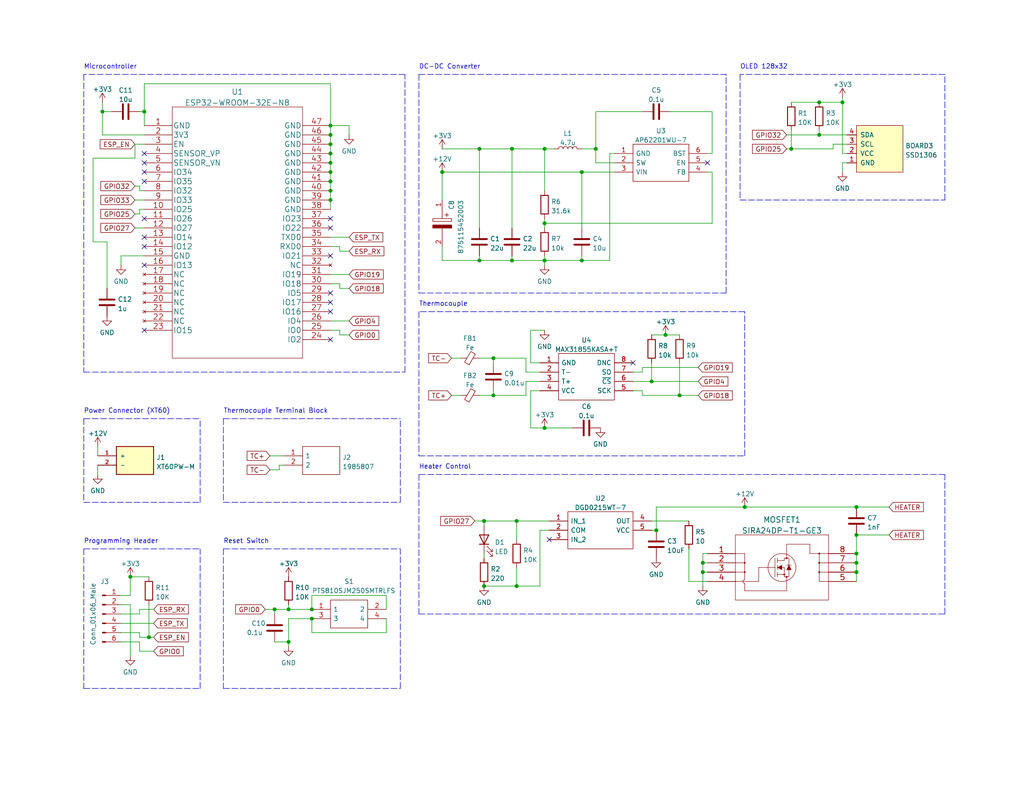
<source format=kicad_sch>
(kicad_sch (version 20211123) (generator eeschema)
  (paper "USLetter")
  (title_block (title "Solder Reflow Plate") (date "2022-12-16") (rev "1"))
  (lib_symbols
    (symbol "1985807:1985807" (pin_names (offset 0.762))
      (property "Reference" "J" (at 16.51 7.62 0))
      (property "Value" "1985807" (at 16.51 5.08 0))
      (symbol "1985807_0_0"
        (pin passive line (at 0 0 0) (length 5.08) (name "1") (number "1"))
        (pin passive line (at 0 -2.54 0) (length 5.08) (name "2") (number "2"))
      )
    )
    (symbol "875115452003:875115452003" (pin_names (offset 0.762))
      (property "Reference" "C" (at 8.89 6.35 0))
      (property "Value" "875115452003" (at 8.89 3.81 0))
      (symbol "875115452003_0_0"
        (pin passive line (at 0 0 0) (length 2.54) (name "~") (number "1"))
        (pin passive line (at 12.7 0 180) (length 2.54) (name "~") (number "2"))
      )
    )
    (symbol "Connector:Conn_01x06_Male" (pin_names (offset 1.016) hide)
      (property "Reference" "J" (at 0 7.62 0))
      (property "Value" "Conn_01x06_Male" (at 0 -10.16 0))
      (symbol "Conn_01x06_Male_1_1"
        (pin passive line (at 5.08 5.08 180) (length 3.81) (name "Pin_1") (number "1"))
        (pin passive line (at 5.08 2.54 180) (length 3.81) (name "Pin_2") (number "2"))
        (pin passive line (at 5.08 0 180) (length 3.81) (name "Pin_3") (number "3"))
        (pin passive line (at 5.08 -2.54 180) (length 3.81) (name "Pin_4") (number "4"))
        (pin passive line (at 5.08 -5.08 180) (length 3.81) (name "Pin_5") (number "5"))
        (pin passive line (at 5.08 -7.62 180) (length 3.81) (name "Pin_6") (number "6"))
      )
    )
    (symbol "Device:C" (pin_numbers hide) (pin_names (offset 0.254))
      (property "Reference" "C" (at 0.635 2.54 0))
      (property "Value" "C" (at 0.635 -2.54 0))
      (symbol "C_1_1"
        (pin passive line (at 0 3.81 270) (length 2.794) (name "~") (number "1"))
        (pin passive line (at 0 -3.81 90) (length 2.794) (name "~") (number "2"))
      )
    )
    (symbol "Device:FerriteBead_Small" (pin_numbers hide) (pin_names (offset 0))
      (property "Reference" "FB" (at 1.905 1.27 0))
      (property "Value" "FerriteBead_Small" (at 1.905 -1.27 0))
      (symbol "FerriteBead_Small_1_1"
        (pin passive line (at 0 2.54 270) (length 1.27) (name "~") (number "1"))
        (pin passive line (at 0 -2.54 90) (length 1.27) (name "~") (number "2"))
      )
    )
    (symbol "Device:L" (pin_numbers hide) (pin_names (offset 1.016) hide)
      (property "Reference" "L" (at -1.27 0 90))
      (property "Value" "L" (at 1.905 0 90))
      (symbol "L_1_1"
        (pin passive line (at 0 3.81 270) (length 1.27) (name "1") (number "1"))
        (pin passive line (at 0 -3.81 90) (length 1.27) (name "2") (number "2"))
      )
    )
    (symbol "Device:LED" (pin_numbers hide) (pin_names (offset 1.016) hide)
      (property "Reference" "D" (at 0 2.54 0))
      (property "Value" "LED" (at 0 -2.54 0))
      (symbol "LED_1_1"
        (pin passive line (at -3.81 0 0) (length 2.54) (name "K") (number "1"))
        (pin passive line (at 3.81 0 180) (length 2.54) (name "A") (number "2"))
      )
    )
    (symbol "Device:R" (pin_numbers hide) (pin_names (offset 0))
      (property "Reference" "R" (at 2.032 0 90))
      (property "Value" "R" (at 0 0 90))
      (symbol "R_1_1"
        (pin passive line (at 0 3.81 270) (length 1.27) (name "~") (number "1"))
        (pin passive line (at 0 -3.81 90) (length 1.27) (name "~") (number "2"))
      )
    )
    (symbol "ESP32-WROOM-32:ESP32-WROOM-32E-N8" (pin_names (offset 0.254))
      (property "Reference" "U" (at 25.4 10.16 0))
      (property "Value" "ESP32-WROOM-32E-N8" (at 25.4 7.62 0))
      (symbol "ESP32-WROOM-32E-N8_1_1"
        (pin power_in line (at 0 0 0) (length 7.62) (name "GND") (number "1"))
        (pin bidirectional line (at 0 -22.86 0) (length 7.62) (name "IO25") (number "10"))
        (pin bidirectional line (at 0 -25.4 0) (length 7.62) (name "IO26") (number "11"))
        (pin bidirectional line (at 0 -27.94 0) (length 7.62) (name "IO27") (number "12"))
        (pin bidirectional line (at 0 -30.48 0) (length 7.62) (name "IO14") (number "13"))
        (pin bidirectional line (at 0 -33.02 0) (length 7.62) (name "IO12") (number "14"))
        (pin power_in line (at 0 -35.56 0) (length 7.62) (name "GND") (number "15"))
        (pin bidirectional line (at 0 -38.1 0) (length 7.62) (name "IO13") (number "16"))
        (pin no_connect line (at 0 -40.64 0) (length 7.62) (name "NC") (number "17"))
        (pin no_connect line (at 0 -43.18 0) (length 7.62) (name "NC") (number "18"))
        (pin no_connect line (at 0 -45.72 0) (length 7.62) (name "NC") (number "19"))
        (pin power_in line (at 0 -2.54 0) (length 7.62) (name "3V3") (number "2"))
        (pin no_connect line (at 0 -48.26 0) (length 7.62) (name "NC") (number "20"))
        (pin no_connect line (at 0 -50.8 0) (length 7.62) (name "NC") (number "21"))
        (pin no_connect line (at 0 -53.34 0) (length 7.62) (name "NC") (number "22"))
        (pin bidirectional line (at 0 -55.88 0) (length 7.62) (name "IO15") (number "23"))
        (pin bidirectional line (at 50.8 -58.42 180) (length 7.62) (name "IO2") (number "24"))
        (pin bidirectional line (at 50.8 -55.88 180) (length 7.62) (name "IO0") (number "25"))
        (pin bidirectional line (at 50.8 -53.34 180) (length 7.62) (name "IO4") (number "26"))
        (pin bidirectional line (at 50.8 -50.8 180) (length 7.62) (name "IO16") (number "27"))
        (pin bidirectional line (at 50.8 -48.26 180) (length 7.62) (name "IO17") (number "28"))
        (pin bidirectional line (at 50.8 -45.72 180) (length 7.62) (name "IO5") (number "29"))
        (pin input line (at 0 -5.08 0) (length 7.62) (name "EN") (number "3"))
        (pin bidirectional line (at 50.8 -43.18 180) (length 7.62) (name "IO18") (number "30"))
        (pin bidirectional line (at 50.8 -40.64 180) (length 7.62) (name "IO19") (number "31"))
        (pin no_connect line (at 50.8 -38.1 180) (length 7.62) (name "NC") (number "32"))
        (pin bidirectional line (at 50.8 -35.56 180) (length 7.62) (name "IO21") (number "33"))
        (pin bidirectional line (at 50.8 -33.02 180) (length 7.62) (name "RXD0") (number "34"))
        (pin bidirectional line (at 50.8 -30.48 180) (length 7.62) (name "TXD0") (number "35"))
        (pin bidirectional line (at 50.8 -27.94 180) (length 7.62) (name "IO22") (number "36"))
        (pin bidirectional line (at 50.8 -25.4 180) (length 7.62) (name "IO23") (number "37"))
        (pin power_in line (at 50.8 -22.86 180) (length 7.62) (name "GND") (number "38"))
        (pin power_in line (at 50.8 -20.32 180) (length 7.62) (name "GND") (number "39"))
        (pin input line (at 0 -7.62 0) (length 7.62) (name "SENSOR_VP") (number "4"))
        (pin power_in line (at 50.8 -17.78 180) (length 7.62) (name "GND") (number "40"))
        (pin power_in line (at 50.8 -15.24 180) (length 7.62) (name "GND") (number "41"))
        (pin power_in line (at 50.8 -12.7 180) (length 7.62) (name "GND") (number "42"))
        (pin power_in line (at 50.8 -10.16 180) (length 7.62) (name "GND") (number "43"))
        (pin power_in line (at 50.8 -7.62 180) (length 7.62) (name "GND") (number "44"))
        (pin power_in line (at 50.8 -5.08 180) (length 7.62) (name "GND") (number "45"))
        (pin power_in line (at 50.8 -2.54 180) (length 7.62) (name "GND") (number "46"))
        (pin power_in line (at 50.8 0 180) (length 7.62) (name "GND") (number "47"))
        (pin input line (at 0 -10.16 0) (length 7.62) (name "SENSOR_VN") (number "5"))
        (pin input line (at 0 -12.7 0) (length 7.62) (name "IO34") (number "6"))
        (pin input line (at 0 -15.24 0) (length 7.62) (name "IO35") (number "7"))
        (pin bidirectional line (at 0 -17.78 0) (length 7.62) (name "IO32") (number "8"))
        (pin bidirectional line (at 0 -20.32 0) (length 7.62) (name "IO33") (number "9"))
      )
    )
    (symbol "KiCad-SSD1306-128x64-master:SSD1306" (pin_names (offset 1.016))
      (property "Reference" "Brd" (at 0 -3.81 0))
      (property "Value" "SSD1306" (at 0 -1.27 0))
      (symbol "SSD1306_1_1"
        (pin input line (at -3.81 8.89 270) (length 2.54) (name "GND") (number "1"))
        (pin input line (at -1.27 8.89 270) (length 2.54) (name "VCC") (number "2"))
        (pin input line (at 1.27 8.89 270) (length 2.54) (name "SCL") (number "3"))
        (pin input line (at 3.81 8.89 270) (length 2.54) (name "SDA") (number "4"))
      )
    )
    (symbol "LIB_AP62201WU-7:AP62201WU-7" (pin_names (offset 0.762))
      (property "Reference" "PS" (at 21.59 7.62 0))
      (property "Value" "AP62201WU-7" (at 21.59 5.08 0))
      (symbol "AP62201WU-7_0_0"
        (pin passive line (at 0 0 0) (length 5.08) (name "GND") (number "1"))
        (pin passive line (at 0 -2.54 0) (length 5.08) (name "SW") (number "2"))
        (pin passive line (at 0 -5.08 0) (length 5.08) (name "VIN") (number "3"))
        (pin passive line (at 25.4 -5.08 180) (length 5.08) (name "FB") (number "4"))
        (pin passive line (at 25.4 -2.54 180) (length 5.08) (name "EN") (number "5"))
        (pin passive line (at 25.4 0 180) (length 5.08) (name "BST") (number "6"))
      )
    )
    (symbol "LIB_DGD0215WT-7:DGD0215WT-7" (pin_names (offset 0.762))
      (property "Reference" "IC" (at 24.13 7.62 0))
      (property "Value" "DGD0215WT-7" (at 24.13 5.08 0))
      (symbol "DGD0215WT-7_0_0"
        (pin passive line (at 0 0 0) (length 5.08) (name "IN_1") (number "1"))
        (pin passive line (at 0 -2.54 0) (length 5.08) (name "COM") (number "2"))
        (pin passive line (at 0 -5.08 0) (length 5.08) (name "IN_2") (number "3"))
        (pin passive line (at 27.94 0 180) (length 5.08) (name "OUT") (number "4"))
        (pin passive line (at 27.94 -2.54 180) (length 5.08) (name "VCC") (number "5"))
      )
    )
    (symbol "MAX31855KASA+T:MAX31855KASA+T" (pin_names (offset 0.762))
      (property "Reference" "IC" (at 21.59 7.62 0))
      (property "Value" "MAX31855KASA+T" (at 21.59 5.08 0))
      (symbol "MAX31855KASA+T_0_0"
        (pin passive line (at 0 0 0) (length 5.08) (name "GND") (number "1"))
        (pin passive line (at 0 -2.54 0) (length 5.08) (name "T-") (number "2"))
        (pin passive line (at 0 -5.08 0) (length 5.08) (name "T+") (number "3"))
        (pin passive line (at 0 -7.62 0) (length 5.08) (name "VCC") (number "4"))
        (pin passive line (at 25.4 -7.62 180) (length 5.08) (name "SCK") (number "5"))
        (pin passive line (at 25.4 -5.08 180) (length 5.08) (name "~{CS}") (number "6"))
        (pin passive line (at 25.4 -2.54 180) (length 5.08) (name "SO") (number "7"))
        (pin passive line (at 25.4 0 180) (length 5.08) (name "DNC") (number "8"))
      )
    )
    (symbol "PTS810SJM250SMTRLFS:PTS810SJM250SMTRLFS" (pin_names (offset 0.762))
      (property "Reference" "S" (at 16.51 7.62 0))
      (property "Value" "PTS810SJM250SMTRLFS" (at 16.51 5.08 0))
      (symbol "PTS810SJM250SMTRLFS_0_0"
        (pin passive line (at 0 0 0) (length 5.08) (name "1") (number "1"))
        (pin passive line (at 20.32 0 180) (length 5.08) (name "2") (number "2"))
        (pin passive line (at 0 -2.54 0) (length 5.08) (name "3") (number "3"))
        (pin passive line (at 20.32 -2.54 180) (length 5.08) (name "4") (number "4"))
      )
    )
    (symbol "PowerPAK SO-8 Single:SIRA24DP-T1-GE3" (pin_names (offset 0.254) hide)
      (property "Reference" "MOSFET" (at 20.32 10.16 0))
      (property "Value" "SIRA24DP-T1-GE3" (at 20.32 7.62 0))
      (symbol "SIRA24DP-T1-GE3_1_1"
        (pin unspecified line (at 0 0 0) (length 7.62) (name "1") (number "1"))
        (pin unspecified line (at 0 -2.54 0) (length 7.62) (name "2") (number "2"))
        (pin unspecified line (at 0 -5.08 0) (length 7.62) (name "3") (number "3"))
        (pin unspecified line (at 0 -7.62 0) (length 7.62) (name "4") (number "4"))
        (pin unspecified line (at 40.64 -7.62 180) (length 7.62) (name "5") (number "5"))
        (pin unspecified line (at 40.64 -5.08 180) (length 7.62) (name "6") (number "6"))
        (pin unspecified line (at 40.64 -2.54 180) (length 7.62) (name "7") (number "7"))
        (pin unspecified line (at 40.64 0 180) (length 7.62) (name "8") (number "8"))
      )
    )
    (symbol "XT60PW-M:XT60PW-M" (pin_names (offset 1.016))
      (property "Reference" "J" (at -5.08 5.7234 0))
      (property "Value" "XT60PW-M" (at -5.08 -5.0923 0))
      (symbol "XT60PW-M_0_0"
        (pin passive line (at -10.16 2.54 0) (length 5.08) (name "+") (number "1"))
        (pin passive line (at -10.16 0 0) (length 5.08) (name "-") (number "2"))
      )
    )
    (symbol "power:+12V" (power) (pin_names (offset 0))
      (property "Value" "+12V" (at 0 3.556 0))
      (symbol "+12V_1_1"
        (pin power_in line (at 0 0 90) (length 0) hide (name "+12V") (number "1"))
      )
    )
    (symbol "power:+3.3V" (power) (pin_names (offset 0))
      (property "Value" "+3.3V" (at 0 3.556 0))
      (symbol "+3.3V_1_1"
        (pin power_in line (at 0 0 90) (length 0) hide (name "+3V3") (number "1"))
      )
    )
    (symbol "power:GND" (power) (pin_names (offset 0))
      (property "Value" "GND" (at 0 -3.81 0))
      (symbol "GND_1_1"
        (pin power_in line (at 0 0 270) (length 0) hide (name "GND") (number "1"))
      )
    )
  )
  (junction (at 140.97 160.02))
  (junction (at 27.94 30.48))
  (junction (at 85.09 168.91))
  (junction (at 191.77 156.21))
  (junction (at 179.07 144.78))
  (junction (at 185.42 107.95))
  (junction (at 215.9 40.64))
  (junction (at 233.68 156.21))
  (junction (at 90.17 54.61))
  (junction (at 148.59 60.96))
  (junction (at 90.17 46.99))
  (junction (at 132.08 142.24))
  (junction (at 223.52 27.94))
  (junction (at 78.74 175.26))
  (junction (at 90.17 41.91))
  (junction (at 229.87 27.94))
  (junction (at 177.8 104.14))
  (junction (at 181.61 91.44))
  (junction (at 78.74 166.37))
  (junction (at 158.75 46.99))
  (junction (at 74.93 166.37))
  (junction (at 233.68 153.67))
  (junction (at 134.62 107.95))
  (junction (at 134.62 97.79))
  (junction (at 148.59 40.64))
  (junction (at 158.75 71.12))
  (junction (at 139.7 40.64))
  (junction (at 120.65 46.99))
  (junction (at 233.68 146.05))
  (junction (at 39.37 30.48))
  (junction (at 191.77 153.67))
  (junction (at 90.17 52.07))
  (junction (at 162.56 40.64))
  (junction (at 148.59 116.84))
  (junction (at 35.56 157.48))
  (junction (at 90.17 49.53))
  (junction (at 90.17 34.29))
  (junction (at 90.17 36.83))
  (junction (at 223.52 36.83))
  (junction (at 90.17 39.37))
  (junction (at 130.81 71.12))
  (junction (at 132.08 160.02))
  (junction (at 85.09 166.37))
  (junction (at 130.81 40.64))
  (junction (at 139.7 71.12))
  (junction (at 203.2 138.43))
  (junction (at 40.64 173.99))
  (junction (at 140.97 142.24))
  (junction (at 90.17 44.45))
  (junction (at 148.59 71.12))
  (junction (at 233.68 151.13))
  (junction (at 233.68 138.43))
  (no_connect (at 193.04 44.45))
  (no_connect (at 90.17 69.85))
  (no_connect (at 90.17 80.01))
  (no_connect (at 90.17 82.55))
  (no_connect (at 90.17 85.09))
  (no_connect (at 90.17 59.69))
  (no_connect (at 90.17 62.23))
  (no_connect (at 90.17 92.71))
  (no_connect (at 39.37 41.91))
  (no_connect (at 39.37 44.45))
  (no_connect (at 39.37 46.99))
  (no_connect (at 39.37 90.17))
  (no_connect (at 39.37 64.77))
  (no_connect (at 39.37 67.31))
  (no_connect (at 39.37 72.39))
  (no_connect (at 39.37 49.53))
  (no_connect (at 39.37 59.69))
  (no_connect (at 172.72 99.06))
  (no_connect (at 149.86 147.32))
  (wire (pts (xy 132.08 142.24) (xy 132.08 143.51)))
  (wire (pts (xy 90.17 41.91) (xy 90.17 44.45)))
  (wire (pts (xy 78.74 175.26) (xy 74.93 175.26)))
  (wire (pts (xy 140.97 142.24) (xy 149.86 142.24)))
  (wire (pts (xy 130.81 40.64) (xy 139.7 40.64)))
  (polyline (pts (xy 201.93 20.32) (xy 201.93 54.61)))
  (polyline (pts (xy 201.93 54.61) (xy 257.81 54.61)))
  (wire (pts (xy 227.33 40.64) (xy 215.9 40.64)))
  (wire (pts (xy 147.32 99.06) (xy 144.78 99.06)))
  (wire (pts (xy 132.08 151.13) (xy 132.08 152.4)))
  (wire (pts (xy 179.07 144.78) (xy 179.07 138.43)))
  (wire (pts (xy 120.65 46.99) (xy 158.75 46.99)))
  (wire (pts (xy 130.81 40.64) (xy 130.81 62.23)))
  (wire (pts (xy 175.26 30.48) (xy 162.56 30.48)))
  (wire (pts (xy 191.77 153.67) (xy 193.04 153.67)))
  (polyline (pts (xy 60.96 149.86) (xy 60.96 187.96)))
  (wire (pts (xy 175.26 107.95) (xy 185.42 107.95)))
  (wire (pts (xy 229.87 46.99) (xy 229.87 44.45)))
  (wire (pts (xy 139.7 40.64) (xy 148.59 40.64)))
  (polyline (pts (xy 257.81 20.32) (xy 201.93 20.32)))
  (wire (pts (xy 143.51 104.14) (xy 143.51 107.95)))
  (wire (pts (xy 25.4 66.04) (xy 25.4 43.18)))
  (wire (pts (xy 90.17 36.83) (xy 90.17 39.37)))
  (wire (pts (xy 85.09 172.72) (xy 105.41 172.72)))
  (polyline (pts (xy 114.3 20.32) (xy 114.3 80.01)))
  (polyline (pts (xy 109.22 137.16) (xy 109.22 114.3)))
  (wire (pts (xy 90.17 74.93) (xy 95.25 74.93)))
  (wire (pts (xy 233.68 156.21) (xy 233.68 158.75)))
  (wire (pts (xy 90.17 87.63) (xy 95.25 87.63)))
  (wire (pts (xy 191.77 153.67) (xy 191.77 156.21)))
  (wire (pts (xy 90.17 44.45) (xy 90.17 46.99)))
  (wire (pts (xy 38.1 50.8) (xy 38.1 52.07)))
  (wire (pts (xy 179.07 144.78) (xy 177.8 144.78)))
  (wire (pts (xy 166.37 41.91) (xy 166.37 71.12)))
  (wire (pts (xy 40.64 173.99) (xy 41.91 173.99)))
  (wire (pts (xy 147.32 144.78) (xy 147.32 160.02)))
  (wire (pts (xy 172.72 101.6) (xy 175.26 101.6)))
  (wire (pts (xy 40.64 165.1) (xy 40.64 173.99)))
  (wire (pts (xy 92.71 77.47) (xy 92.71 78.74)))
  (wire (pts (xy 172.72 104.14) (xy 177.8 104.14)))
  (polyline (pts (xy 110.49 20.32) (xy 22.86 20.32)))
  (wire (pts (xy 33.02 165.1) (xy 35.56 165.1)))
  (wire (pts (xy 129.54 142.24) (xy 132.08 142.24)))
  (wire (pts (xy 90.17 90.17) (xy 92.71 90.17)))
  (polyline (pts (xy 110.49 101.6) (xy 110.49 20.32)))
  (wire (pts (xy 38.1 30.48) (xy 39.37 30.48)))
  (wire (pts (xy 158.75 40.64) (xy 162.56 40.64)))
  (wire (pts (xy 179.07 138.43) (xy 203.2 138.43)))
  (wire (pts (xy 76.2 128.27) (xy 76.2 127)))
  (wire (pts (xy 120.65 67.31) (xy 120.65 71.12)))
  (wire (pts (xy 39.37 22.86) (xy 90.17 22.86)))
  (wire (pts (xy 90.17 34.29) (xy 95.25 34.29)))
  (wire (pts (xy 139.7 69.85) (xy 139.7 71.12)))
  (wire (pts (xy 36.83 39.37) (xy 39.37 39.37)))
  (wire (pts (xy 187.96 149.86) (xy 187.96 158.75)))
  (wire (pts (xy 175.26 100.33) (xy 190.5 100.33)))
  (wire (pts (xy 120.65 46.99) (xy 120.65 54.61)))
  (wire (pts (xy 105.41 172.72) (xy 105.41 168.91)))
  (wire (pts (xy 92.71 91.44) (xy 95.25 91.44)))
  (wire (pts (xy 194.31 41.91) (xy 193.04 41.91)))
  (wire (pts (xy 158.75 62.23) (xy 158.75 46.99)))
  (wire (pts (xy 147.32 106.68) (xy 144.78 106.68)))
  (wire (pts (xy 147.32 104.14) (xy 143.51 104.14)))
  (wire (pts (xy 73.66 124.46) (xy 77.47 124.46)))
  (wire (pts (xy 162.56 40.64) (xy 162.56 44.45)))
  (wire (pts (xy 39.37 22.86) (xy 39.37 30.48)))
  (polyline (pts (xy 114.3 124.46) (xy 203.2 124.46)))
  (wire (pts (xy 74.93 166.37) (xy 74.93 167.64)))
  (wire (pts (xy 35.56 165.1) (xy 35.56 179.07)))
  (wire (pts (xy 139.7 40.64) (xy 139.7 62.23)))
  (wire (pts (xy 148.59 69.85) (xy 148.59 71.12)))
  (wire (pts (xy 95.25 34.29) (xy 95.25 36.83)))
  (wire (pts (xy 33.02 175.26) (xy 38.1 175.26)))
  (wire (pts (xy 148.59 40.64) (xy 148.59 52.07)))
  (wire (pts (xy 140.97 142.24) (xy 140.97 147.32)))
  (wire (pts (xy 185.42 107.95) (xy 190.5 107.95)))
  (wire (pts (xy 144.78 90.17) (xy 148.59 90.17)))
  (wire (pts (xy 26.67 124.46) (xy 26.67 121.92)))
  (wire (pts (xy 143.51 107.95) (xy 134.62 107.95)))
  (wire (pts (xy 182.88 30.48) (xy 194.31 30.48)))
  (wire (pts (xy 78.74 166.37) (xy 85.09 166.37)))
  (polyline (pts (xy 257.81 54.61) (xy 257.81 20.32)))
  (wire (pts (xy 233.68 146.05) (xy 233.68 151.13)))
  (wire (pts (xy 92.71 78.74) (xy 95.25 78.74)))
  (wire (pts (xy 105.41 162.56) (xy 105.41 166.37)))
  (wire (pts (xy 233.68 151.13) (xy 233.68 153.67)))
  (polyline (pts (xy 114.3 167.64) (xy 257.81 167.64)))
  (wire (pts (xy 144.78 99.06) (xy 144.78 90.17)))
  (wire (pts (xy 143.51 97.79) (xy 134.62 97.79)))
  (wire (pts (xy 194.31 60.96) (xy 148.59 60.96)))
  (wire (pts (xy 148.59 59.69) (xy 148.59 60.96)))
  (polyline (pts (xy 54.61 187.96) (xy 54.61 149.86)))
  (wire (pts (xy 25.4 43.18) (xy 36.83 43.18)))
  (polyline (pts (xy 60.96 149.86) (xy 109.22 149.86)))
  (wire (pts (xy 191.77 156.21) (xy 191.77 160.02)))
  (wire (pts (xy 36.83 62.23) (xy 39.37 62.23)))
  (wire (pts (xy 130.81 107.95) (xy 134.62 107.95)))
  (polyline (pts (xy 54.61 137.16) (xy 54.61 114.3)))
  (wire (pts (xy 92.71 67.31) (xy 92.71 68.58)))
  (wire (pts (xy 36.83 58.42) (xy 38.1 58.42)))
  (polyline (pts (xy 60.96 114.3) (xy 109.22 114.3)))
  (wire (pts (xy 148.59 116.84) (xy 156.21 116.84)))
  (wire (pts (xy 193.04 46.99) (xy 194.31 46.99)))
  (wire (pts (xy 36.83 50.8) (xy 38.1 50.8)))
  (wire (pts (xy 134.62 107.95) (xy 134.62 106.68)))
  (wire (pts (xy 90.17 52.07) (xy 90.17 54.61)))
  (wire (pts (xy 229.87 27.94) (xy 229.87 26.67)))
  (wire (pts (xy 38.1 166.37) (xy 41.91 166.37)))
  (polyline (pts (xy 60.96 114.3) (xy 60.96 137.16)))
  (polyline (pts (xy 114.3 129.54) (xy 114.3 167.64)))
  (wire (pts (xy 191.77 156.21) (xy 193.04 156.21)))
  (wire (pts (xy 175.26 101.6) (xy 175.26 100.33)))
  (wire (pts (xy 120.65 40.64) (xy 130.81 40.64)))
  (polyline (pts (xy 22.86 101.6) (xy 110.49 101.6)))
  (wire (pts (xy 223.52 27.94) (xy 229.87 27.94)))
  (wire (pts (xy 140.97 154.94) (xy 140.97 160.02)))
  (wire (pts (xy 78.74 168.91) (xy 78.74 175.26)))
  (wire (pts (xy 90.17 77.47) (xy 92.71 77.47)))
  (wire (pts (xy 177.8 104.14) (xy 190.5 104.14)))
  (wire (pts (xy 143.51 101.6) (xy 143.51 97.79)))
  (wire (pts (xy 191.77 151.13) (xy 191.77 153.67)))
  (wire (pts (xy 231.14 41.91) (xy 229.87 41.91)))
  (wire (pts (xy 194.31 30.48) (xy 194.31 41.91)))
  (wire (pts (xy 38.1 52.07) (xy 39.37 52.07)))
  (wire (pts (xy 35.56 157.48) (xy 40.64 157.48)))
  (polyline (pts (xy 203.2 124.46) (xy 203.2 85.09)))
  (wire (pts (xy 130.81 97.79) (xy 134.62 97.79)))
  (wire (pts (xy 27.94 36.83) (xy 39.37 36.83)))
  (wire (pts (xy 215.9 35.56) (xy 215.9 40.64)))
  (wire (pts (xy 27.94 27.94) (xy 27.94 30.48)))
  (wire (pts (xy 130.81 71.12) (xy 139.7 71.12)))
  (wire (pts (xy 36.83 54.61) (xy 39.37 54.61)))
  (wire (pts (xy 33.02 170.18) (xy 41.91 170.18)))
  (wire (pts (xy 233.68 138.43) (xy 242.57 138.43)))
  (wire (pts (xy 149.86 144.78) (xy 147.32 144.78)))
  (wire (pts (xy 203.2 138.43) (xy 233.68 138.43)))
  (wire (pts (xy 187.96 158.75) (xy 193.04 158.75)))
  (polyline (pts (xy 257.81 129.54) (xy 114.3 129.54)))
  (wire (pts (xy 38.1 58.42) (xy 38.1 57.15)))
  (wire (pts (xy 38.1 167.64) (xy 38.1 166.37)))
  (wire (pts (xy 90.17 34.29) (xy 90.17 36.83)))
  (wire (pts (xy 36.83 43.18) (xy 36.83 39.37)))
  (polyline (pts (xy 60.96 137.16) (xy 109.22 137.16)))
  (polyline (pts (xy 203.2 85.09) (xy 114.3 85.09)))
  (polyline (pts (xy 198.12 80.01) (xy 198.12 20.32)))
  (wire (pts (xy 85.09 166.37) (xy 85.09 162.56)))
  (polyline (pts (xy 60.96 187.96) (xy 109.22 187.96)))
  (wire (pts (xy 177.8 91.44) (xy 181.61 91.44)))
  (wire (pts (xy 229.87 41.91) (xy 229.87 27.94)))
  (wire (pts (xy 123.19 97.79) (xy 125.73 97.79)))
  (wire (pts (xy 158.75 69.85) (xy 158.75 71.12)))
  (wire (pts (xy 140.97 160.02) (xy 132.08 160.02)))
  (wire (pts (xy 85.09 168.91) (xy 85.09 172.72)))
  (wire (pts (xy 233.68 146.05) (xy 242.57 146.05)))
  (polyline (pts (xy 22.86 20.32) (xy 22.86 101.6)))
  (wire (pts (xy 162.56 30.48) (xy 162.56 40.64)))
  (wire (pts (xy 90.17 49.53) (xy 90.17 52.07)))
  (wire (pts (xy 29.21 78.74) (xy 29.21 66.04)))
  (wire (pts (xy 73.66 128.27) (xy 76.2 128.27)))
  (wire (pts (xy 139.7 71.12) (xy 148.59 71.12)))
  (wire (pts (xy 148.59 60.96) (xy 148.59 62.23)))
  (polyline (pts (xy 114.3 85.09) (xy 114.3 124.46)))
  (wire (pts (xy 147.32 160.02) (xy 140.97 160.02)))
  (wire (pts (xy 35.56 157.48) (xy 35.56 162.56)))
  (polyline (pts (xy 22.86 114.3) (xy 54.61 114.3)))
  (wire (pts (xy 214.63 36.83) (xy 223.52 36.83)))
  (polyline (pts (xy 22.86 137.16) (xy 54.61 137.16)))
  (wire (pts (xy 92.71 68.58) (xy 95.25 68.58)))
  (wire (pts (xy 130.81 69.85) (xy 130.81 71.12)))
  (wire (pts (xy 215.9 27.94) (xy 223.52 27.94)))
  (wire (pts (xy 148.59 40.64) (xy 151.13 40.64)))
  (wire (pts (xy 92.71 90.17) (xy 92.71 91.44)))
  (wire (pts (xy 229.87 44.45) (xy 231.14 44.45)))
  (wire (pts (xy 134.62 97.79) (xy 134.62 99.06)))
  (wire (pts (xy 223.52 36.83) (xy 231.14 36.83)))
  (polyline (pts (xy 257.81 167.64) (xy 257.81 129.54)))
  (wire (pts (xy 166.37 71.12) (xy 158.75 71.12)))
  (wire (pts (xy 177.8 99.06) (xy 177.8 104.14)))
  (polyline (pts (xy 22.86 187.96) (xy 54.61 187.96)))
  (polyline (pts (xy 109.22 187.96) (xy 109.22 149.86)))
  (wire (pts (xy 90.17 67.31) (xy 92.71 67.31)))
  (wire (pts (xy 148.59 71.12) (xy 158.75 71.12)))
  (wire (pts (xy 175.26 106.68) (xy 175.26 107.95)))
  (wire (pts (xy 33.02 172.72) (xy 38.1 172.72)))
  (wire (pts (xy 120.65 71.12) (xy 130.81 71.12)))
  (wire (pts (xy 27.94 30.48) (xy 27.94 36.83)))
  (wire (pts (xy 144.78 106.68) (xy 144.78 116.84)))
  (wire (pts (xy 193.04 151.13) (xy 191.77 151.13)))
  (wire (pts (xy 27.94 30.48) (xy 30.48 30.48)))
  (wire (pts (xy 90.17 46.99) (xy 90.17 49.53)))
  (wire (pts (xy 227.33 39.37) (xy 227.33 40.64)))
  (polyline (pts (xy 22.86 149.86) (xy 22.86 187.96)))
  (wire (pts (xy 90.17 54.61) (xy 90.17 57.15)))
  (wire (pts (xy 38.1 175.26) (xy 38.1 177.8)))
  (wire (pts (xy 90.17 22.86) (xy 90.17 34.29)))
  (wire (pts (xy 76.2 127) (xy 77.47 127)))
  (wire (pts (xy 38.1 177.8) (xy 41.91 177.8)))
  (wire (pts (xy 215.9 40.64) (xy 214.63 40.64)))
  (wire (pts (xy 90.17 64.77) (xy 95.25 64.77)))
  (wire (pts (xy 38.1 57.15) (xy 39.37 57.15)))
  (wire (pts (xy 194.31 46.99) (xy 194.31 60.96)))
  (wire (pts (xy 177.8 142.24) (xy 187.96 142.24)))
  (wire (pts (xy 33.02 167.64) (xy 38.1 167.64)))
  (wire (pts (xy 85.09 162.56) (xy 105.41 162.56)))
  (wire (pts (xy 233.68 153.67) (xy 233.68 156.21)))
  (wire (pts (xy 38.1 172.72) (xy 38.1 173.99)))
  (wire (pts (xy 144.78 116.84) (xy 148.59 116.84)))
  (polyline (pts (xy 22.86 114.3) (xy 22.86 137.16)))
  (polyline (pts (xy 114.3 20.32) (xy 198.12 20.32)))
  (wire (pts (xy 223.52 35.56) (xy 223.52 36.83)))
  (wire (pts (xy 78.74 175.26) (xy 78.74 176.53)))
  (wire (pts (xy 181.61 91.44) (xy 185.42 91.44)))
  (wire (pts (xy 185.42 99.06) (xy 185.42 107.95)))
  (wire (pts (xy 90.17 39.37) (xy 90.17 41.91)))
  (polyline (pts (xy 22.86 149.86) (xy 54.61 149.86)))
  (wire (pts (xy 123.19 107.95) (xy 125.73 107.95)))
  (wire (pts (xy 72.39 166.37) (xy 74.93 166.37)))
  (wire (pts (xy 39.37 69.85) (xy 33.02 69.85)))
  (wire (pts (xy 33.02 162.56) (xy 35.56 162.56)))
  (wire (pts (xy 38.1 173.99) (xy 40.64 173.99)))
  (wire (pts (xy 78.74 168.91) (xy 85.09 168.91)))
  (wire (pts (xy 26.67 127) (xy 26.67 129.54)))
  (wire (pts (xy 172.72 106.68) (xy 175.26 106.68)))
  (wire (pts (xy 74.93 166.37) (xy 78.74 166.37)))
  (wire (pts (xy 39.37 30.48) (xy 39.37 34.29)))
  (wire (pts (xy 148.59 71.12) (xy 148.59 72.39)))
  (wire (pts (xy 147.32 101.6) (xy 143.51 101.6)))
  (wire (pts (xy 33.02 69.85) (xy 33.02 72.39)))
  (wire (pts (xy 162.56 44.45) (xy 167.64 44.45)))
  (wire (pts (xy 132.08 142.24) (xy 140.97 142.24)))
  (wire (pts (xy 78.74 165.1) (xy 78.74 166.37)))
  (wire (pts (xy 231.14 39.37) (xy 227.33 39.37)))
  (wire (pts (xy 158.75 46.99) (xy 167.64 46.99)))
  (wire (pts (xy 167.64 41.91) (xy 166.37 41.91)))
  (wire (pts (xy 29.21 66.04) (xy 25.4 66.04)))
  (polyline (pts (xy 114.3 80.01) (xy 198.12 80.01)))
  (text "DC-DC Converter" (at 114.3 19.05 0) (effects (font (size 1.27 1.27)) (justify left bottom)))
  (text "Thermocouple\n" (at 114.3 83.82 0) (effects (font (size 1.27 1.27)) (justify left bottom)))
  (text "Heater Control" (at 114.3 128.27 0) (effects (font (size 1.27 1.27)) (justify left bottom)))
  (text "Reset Switch\n" (at 60.96 148.59 0) (effects (font (size 1.27 1.27)) (justify left bottom)))
  (text "Thermocouple Terminal Block" (at 60.96 113.03 0) (effects (font (size 1.27 1.27)) (justify left bottom)))
  (text "Microcontroller" (at 22.86 19.05 0) (effects (font (size 1.27 1.27)) (justify left bottom)))
  (text "Power Connector (XT60)" (at 22.86 113.03 0) (effects (font (size 1.27 1.27)) (justify left bottom)))
  (text "OLED 128x32" (at 201.93 19.05 0) (effects (font (size 1.27 1.27)) (justify left bottom)))
  (text "Programming Header" (at 22.86 148.59 0) (effects (font (size 1.27 1.27)) (justify left bottom)))
  (global_label "GPIO27" (shape input) (at 129.54 142.24 180) (property "Intersheet References" "${INTERSHEET_REFS}" (effects hide)))
  (global_label "TC+" (shape input) (at 123.19 107.95 180) (property "Intersheet References" "${INTERSHEET_REFS}" (effects hide)))
  (global_label "GPIO18" (shape input) (at 190.5 107.95 0) (property "Intersheet References" "${INTERSHEET_REFS}" (effects hide)))
  (global_label "GPIO32" (shape input) (at 214.63 36.83 180) (property "Intersheet References" "${INTERSHEET_REFS}" (effects hide)))
  (global_label "GPIO32" (shape input) (at 36.83 50.8 180) (property "Intersheet References" "${INTERSHEET_REFS}" (effects hide)))
  (global_label "GPIO19" (shape input) (at 190.5 100.33 0) (property "Intersheet References" "${INTERSHEET_REFS}" (effects hide)))
  (global_label "GPIO19" (shape input) (at 95.25 74.93 0) (property "Intersheet References" "${INTERSHEET_REFS}" (effects hide)))
  (global_label "GPIO0" (shape input) (at 72.39 166.37 180) (property "Intersheet References" "${INTERSHEET_REFS}" (effects hide)))
  (global_label "ESP_TX" (shape input) (at 95.25 64.77 0) (property "Intersheet References" "${INTERSHEET_REFS}" (effects hide)))
  (global_label "GPIO33" (shape input) (at 36.83 54.61 180) (property "Intersheet References" "${INTERSHEET_REFS}" (effects hide)))
  (global_label "GPIO25" (shape input) (at 214.63 40.64 180) (property "Intersheet References" "${INTERSHEET_REFS}" (effects hide)))
  (global_label "GPIO0" (shape input) (at 95.25 91.44 0) (property "Intersheet References" "${INTERSHEET_REFS}" (effects hide)))
  (global_label "ESP_RX" (shape input) (at 95.25 68.58 0) (property "Intersheet References" "${INTERSHEET_REFS}" (effects hide)))
  (global_label "ESP_EN" (shape input) (at 36.83 39.37 180) (property "Intersheet References" "${INTERSHEET_REFS}" (effects hide)))
  (global_label "GPIO0" (shape input) (at 41.91 177.8 0) (property "Intersheet References" "${INTERSHEET_REFS}" (effects hide)))
  (global_label "ESP_RX" (shape input) (at 41.91 166.37 0) (property "Intersheet References" "${INTERSHEET_REFS}" (effects hide)))
  (global_label "HEATER" (shape input) (at 242.57 138.43 0) (property "Intersheet References" "${INTERSHEET_REFS}" (effects hide)))
  (global_label "HEATER" (shape input) (at 242.57 146.05 0) (property "Intersheet References" "${INTERSHEET_REFS}" (effects hide)))
  (global_label "GPIO27" (shape input) (at 36.83 62.23 180) (property "Intersheet References" "${INTERSHEET_REFS}" (effects hide)))
  (global_label "GPIO25" (shape input) (at 36.83 58.42 180) (property "Intersheet References" "${INTERSHEET_REFS}" (effects hide)))
  (global_label "TC-" (shape input) (at 73.66 128.27 180) (property "Intersheet References" "${INTERSHEET_REFS}" (effects hide)))
  (global_label "TC+" (shape input) (at 73.66 124.46 180) (property "Intersheet References" "${INTERSHEET_REFS}" (effects hide)))
  (global_label "ESP_EN" (shape input) (at 41.91 173.99 0) (property "Intersheet References" "${INTERSHEET_REFS}" (effects hide)))
  (global_label "GPIO18" (shape input) (at 95.25 78.74 0) (property "Intersheet References" "${INTERSHEET_REFS}" (effects hide)))
  (global_label "ESP_TX" (shape input) (at 41.91 170.18 0) (property "Intersheet References" "${INTERSHEET_REFS}" (effects hide)))
  (global_label "TC-" (shape input) (at 123.19 97.79 180) (property "Intersheet References" "${INTERSHEET_REFS}" (effects hide)))
  (global_label "GPIO4" (shape input) (at 190.5 104.14 0) (property "Intersheet References" "${INTERSHEET_REFS}" (effects hide)))
  (global_label "GPIO4" (shape input) (at 95.25 87.63 0) (property "Intersheet References" "${INTERSHEET_REFS}" (effects hide)))
  (symbol (lib_id "Device:L") (at 154.94 40.64 90) (unit 1)
    (property "Reference" "L1" (at 154.94 36.4322 90))
    (property "Value" "4.7u" (at 154.94 38.9691 90))
    (property "Footprint" "NR6028T4R7M:IND_NR6028T4R7M" (effects hide))
  )
  (symbol (lib_id "power:GND") (at 148.59 72.39 0) (unit 1)
    (property "Reference" "#PWR0104" (effects hide))
    (property "Value" "GND" (at 148.59 76.8334 0))
  )
  (symbol (lib_id "Device:C") (at 29.21 82.55 180) (unit 1)
    (property "Reference" "C12" (at 32.131 81.7153 0) (effects (justify right)))
    (property "Value" "1u" (at 32.131 84.2522 0) (effects (justify right)))
    (property "Footprint" "digikey-footprints:0603" (effects hide))
  )
  (symbol (lib_id "PowerPAK SO-8 Single:SIRA24DP-T1-GE3") (at 193.04 151.13 0) (unit 1)
    (property "Reference" "MOSFET1" (at 213.36 141.9024 0) (effects (font (size 1.524 1.524))))
    (property "Value" "SIRA24DP-T1-GE3" (at 213.36 144.8958 0) (effects (font (size 1.524 1.524))))
    (property "Footprint" "UltraLibrarian:SIRA24DP-T1-GE3" (effects hide))
  )
  (symbol (lib_id "PTS810SJM250SMTRLFS:PTS810SJM250SMTRLFS") (at 85.09 166.37 0) (unit 1)
    (property "Reference" "S1" (at 95.25 158.75 0))
    (property "Value" "PTS810SJM250SMTRLFS" (at 96.52 161.29 0))
    (property "Footprint" "mouser_ecad:PTS810SJG250SMTRLFS" (effects hide))
    (property "Datasheet" "https://www.ckswitches.com/media/1476/pts810.pdf" (effects hide))
    (property "Description" "PTS810SJM250SMTRLFS (Tactile Switches)" (effects hide))
    (property "Mouser Part Number" "611-PTS810SJM250SMTR" (effects hide))
    (property "Mouser Price/Stock" "https://www.mouser.co.uk/ProductDetail/CK/PTS810SJM250SMTRLFS?qs=UxeAxwACbqnyNdXLIf%2FqnQ%3D%3D" (effects hide))
    (property "Manufacturer_Name" "C & K COMPONENTS" (effects hide))
    (property "Manufacturer_Part_Number" "PTS810SJM250SMTRLFS" (effects hide))
  )
  (symbol (lib_id "power:GND") (at 191.77 160.02 0) (unit 1)
    (property "Reference" "#PWR021" (effects hide))
    (property "Value" "GND" (at 191.77 164.4634 0))
  )
  (symbol (lib_id "power:GND") (at 132.08 160.02 0) (unit 1)
    (property "Reference" "#PWR014" (effects hide))
    (property "Value" "GND" (at 132.08 164.4634 0))
  )
  (symbol (lib_id "power:GND") (at 33.02 72.39 0) (unit 1)
    (property "Reference" "#PWR0101" (effects hide))
    (property "Value" "GND" (at 33.02 76.8334 0))
  )
  (symbol (lib_id "Device:C") (at 130.81 66.04 0) (unit 1)
    (property "Reference" "C1" (at 133.731 65.2053 0) (effects (justify left)))
    (property "Value" "22u" (at 133.731 67.7422 0) (effects (justify left)))
    (property "Footprint" "digikey-footprints:0805" (effects hide))
  )
  (symbol (lib_id "Device:C") (at 233.68 142.24 0) (unit 1)
    (property "Reference" "C7" (at 236.601 141.4053 0) (effects (justify left)))
    (property "Value" "1nF" (at 236.601 143.9422 0) (effects (justify left)))
    (property "Footprint" "digikey-footprints:0603" (effects hide))
  )
  (symbol (lib_id "power:GND") (at 29.21 86.36 0) (unit 1)
    (property "Reference" "#PWR0111" (effects hide))
    (property "Value" "GND" (at 29.21 90.8034 0))
  )
  (symbol (lib_id "Device:C") (at 74.93 171.45 0) (unit 1)
    (property "Reference" "C10" (at 68.58 170.18 0) (effects (justify left)))
    (property "Value" "0.1u" (at 67.31 172.72 0) (effects (justify left)))
    (property "Footprint" "digikey-footprints:0603" (effects hide))
  )
  (symbol (lib_id "1985807:1985807") (at 77.47 124.46 0) (unit 1)
    (property "Reference" "J2" (at 93.4212 124.8953 0) (effects (justify left)))
    (property "Value" "1985807" (at 93.4212 127.4322 0) (effects (justify left)))
    (property "Footprint" "mouser_ecad:1985807" (effects hide))
    (property "Datasheet" "http://www.phoenixcontact.com/gb/produkte/1985807" (effects hide))
    (property "Description" "PCB terminal block, nominal current: 13.5 A, rated voltage (III/2): 200 V, nominal cross section: 1.5 mm?, Number of potentials: 2, Number of rows: 1, Number of positions per row: 2, product range: MKDS 1/..-HT, pitch: 3.5 mm, connection method: Screw connection with tension sleeve, mounting: THR soldering, conductor/PCB connection direction: 0 ?, color: black, Pin layout: Linear pinning, Solder pin [P]: 3.5 mm, type of packaging: packed in cardboard. This article can be soldered in the reflow furnace toget" (effects hide))
    (property "Height" "8.65" (effects hide))
    (property "Mouser Part Number" "651-1985807" (effects hide))
    (property "Mouser Price/Stock" "https://www.mouser.co.uk/ProductDetail/Phoenix-Contact/1985807?qs=YbgdthCBnKfnTSCcIEjWsg%3D%3D" (effects hide))
    (property "Manufacturer_Name" "Phoenix Contact" (effects hide))
    (property "Manufacturer_Part_Number" "1985807" (effects hide))
  )
  (symbol (lib_id "XT60PW-M:XT60PW-M") (at 36.83 127 0) (unit 1)
    (property "Reference" "J1" (at 42.672 124.8953 0) (effects (justify left)))
    (property "Value" "XT60PW-M" (at 42.672 127.4322 0) (effects (justify left)))
    (property "Footprint" "XT60PW-M:AMASS_XT60PW-M" (effects hide))
    (property "STANDARD" "Manufacturer recommendations" (effects hide))
    (property "PARTREV" "V1.2" (effects hide))
    (property "MANUFACTURER" "AMASS" (effects hide))
    (property "MAXIMUM_PACKAGE_HEIGHT" "8.4 mm" (effects hide))
  )
  (symbol (lib_id "power:GND") (at 179.07 152.4 0) (unit 1)
    (property "Reference" "#PWR019" (effects hide))
    (property "Value" "GND" (at 179.07 156.8434 0))
  )
  (symbol (lib_id "power:GND") (at 163.83 116.84 0) (unit 1)
    (property "Reference" "#PWR04" (effects hide))
    (property "Value" "GND" (at 163.83 121.2834 0))
  )
  (symbol (lib_id "power:+12V") (at 120.65 46.99 0) (unit 1)
    (property "Reference" "#PWR0105" (effects hide))
    (property "Value" "+12V" (at 120.65 43.4142 0))
  )
  (symbol (lib_id "MAX31855KASA+T:MAX31855KASA+T") (at 147.32 99.06 0) (unit 1)
    (property "Reference" "U4" (at 160.02 92.871 0))
    (property "Value" "MAX31855KASA+T" (at 160.02 95.4079 0))
    (property "Footprint" "mouser_ecad:SOIC127P600X175-8N" (effects hide))
    (property "Datasheet" "https://datasheets.maximintegrated.com/en/ds/MAX31855.pdf" (effects hide))
    (property "Description" "MAXIM INTEGRATED PRODUCTS - MAX31855KASA+T - TEMPERATURE SENSOR, 2DEG C, NSOIC-8" (effects hide))
    (property "Height" "1.75" (effects hide))
    (property "Mouser Part Number" "700-MAX31855KASA+T" (effects hide))
    (property "Mouser Price/Stock" "https://www.mouser.co.uk/ProductDetail/Maxim-Integrated/MAX31855KASA%2bT?qs=ffX8NcjNb2TujkrPyW1z%252Bg%3D%3D" (effects hide))
    (property "Manufacturer_Name" "Maxim Integrated" (effects hide))
    (property "Manufacturer_Part_Number" "MAX31855KASA+T" (effects hide))
  )
  (symbol (lib_id "power:GND") (at 35.56 179.07 0) (unit 1)
    (property "Reference" "#PWR0106" (effects hide))
    (property "Value" "GND" (at 35.56 183.5134 0))
  )
  (symbol (lib_id "Device:R") (at 215.9 31.75 0) (unit 1)
    (property "Reference" "R1" (at 217.678 30.9153 0) (effects (justify left)))
    (property "Value" "10K" (at 217.678 33.4522 0) (effects (justify left)))
    (property "Footprint" "digikey-footprints:0603" (effects hide))
  )
  (symbol (lib_id "Device:C") (at 158.75 66.04 0) (unit 1)
    (property "Reference" "C4" (at 161.671 65.2053 0) (effects (justify left)))
    (property "Value" "10u" (at 161.671 67.7422 0) (effects (justify left)))
    (property "Footprint" "digikey-footprints:0805" (effects hide))
  )
  (symbol (lib_id "Device:C") (at 160.02 116.84 270) (unit 1)
    (property "Reference" "C6" (at 160.02 110.9812 90))
    (property "Value" "0.1u" (at 160.02 113.5181 90))
    (property "Footprint" "digikey-footprints:0603" (effects hide))
  )
  (symbol (lib_id "power:GND") (at 95.25 36.83 0) (unit 1)
    (property "Reference" "#PWR011" (effects hide))
    (property "Value" "GND" (at 95.25 41.2734 0))
  )
  (symbol (lib_id "Device:C") (at 179.07 148.59 0) (unit 1)
    (property "Reference" "C3" (at 181.991 147.7553 0) (effects (justify left)))
    (property "Value" "10uF" (at 181.991 150.2922 0) (effects (justify left)))
    (property "Footprint" "digikey-footprints:0603" (effects hide))
  )
  (symbol (lib_id "power:+3.3V") (at 120.65 40.64 0) (unit 1)
    (property "Reference" "#PWR0103" (effects hide))
    (property "Value" "+3.3V" (at 120.65 37.0642 0))
  )
  (symbol (lib_id "ESP32-WROOM-32:ESP32-WROOM-32E-N8") (at 39.37 34.29 0) (unit 1)
    (property "Reference" "U1" (at 64.77 25.0624 0) (effects (font (size 1.524 1.524))))
    (property "Value" "ESP32-WROOM-32E-N8" (at 64.77 28.0558 0) (effects (font (size 1.524 1.524))))
    (property "Footprint" "UltraLibrarian:ESP32-WROOM-32E-N8" (effects hide))
  )
  (symbol (lib_id "Device:R") (at 140.97 151.13 0) (unit 1)
    (property "Reference" "R4" (at 142.748 150.2953 0) (effects (justify left)))
    (property "Value" "10K" (at 142.748 152.8322 0) (effects (justify left)))
    (property "Footprint" "digikey-footprints:0603" (effects hide))
  )
  (symbol (lib_id "Device:R") (at 148.59 66.04 0) (unit 1)
    (property "Reference" "R7" (at 150.368 65.2053 0) (effects (justify left)))
    (property "Value" "10k" (at 150.368 67.7422 0) (effects (justify left)))
    (property "Footprint" "digikey-footprints:0603" (effects hide))
  )
  (symbol (lib_id "Device:R") (at 40.64 161.29 0) (unit 1)
    (property "Reference" "R11" (at 42.418 160.4553 0) (effects (justify left)))
    (property "Value" "10K" (at 42.418 162.9922 0) (effects (justify left)))
    (property "Footprint" "digikey-footprints:0603" (effects hide))
  )
  (symbol (lib_id "Device:C") (at 34.29 30.48 90) (unit 1)
    (property "Reference" "C11" (at 34.29 24.6212 90))
    (property "Value" "10u" (at 34.29 27.1581 90))
    (property "Footprint" "digikey-footprints:0603" (effects hide))
  )
  (symbol (lib_id "Device:LED") (at 132.08 147.32 90) (unit 1)
    (property "Reference" "D1" (at 135.001 148.0728 90) (effects (justify right)))
    (property "Value" "LED" (at 135.001 150.6097 90) (effects (justify right)))
    (property "Footprint" "digikey-footprints:LED_0603" (effects hide))
  )
  (symbol (lib_id "Device:C") (at 134.62 102.87 0) (unit 1)
    (property "Reference" "C9" (at 137.541 102.0353 0) (effects (justify left)))
    (property "Value" "0.01u" (at 137.541 104.5722 0) (effects (justify left)))
    (property "Footprint" "digikey-footprints:0603" (effects hide))
  )
  (symbol (lib_id "LIB_DGD0215WT-7:DGD0215WT-7") (at 149.86 142.24 0) (unit 1)
    (property "Reference" "U2" (at 163.83 136.051 0))
    (property "Value" "DGD0215WT-7" (at 163.83 138.5879 0))
    (property "Footprint" "mouser_ecad:SOT95P280X110-5N" (effects hide))
    (property "Description" "Gate Drivers HV Gate Driver" (effects hide))
    (property "Height" "1.1" (effects hide))
    (property "Mouser Part Number" "621-DGD0215WT-7" (effects hide))
    (property "Mouser Price/Stock" "https://www.mouser.co.uk/ProductDetail/Diodes-Incorporated/DGD0215WT-7?qs=gZXFycFWdAOaPU0%2FX4oc7w%3D%3D" (effects hide))
    (property "Manufacturer_Name" "Diodes Inc." (effects hide))
    (property "Manufacturer_Part_Number" "DGD0215WT-7" (effects hide))
  )
  (symbol (lib_id "Device:R") (at 148.59 55.88 0) (unit 1)
    (property "Reference" "R6" (at 150.368 55.0453 0) (effects (justify left)))
    (property "Value" "31.6k" (at 150.368 57.5822 0) (effects (justify left)))
    (property "Footprint" "digikey-footprints:0603" (effects hide))
  )
  (symbol (lib_id "Device:FerriteBead_Small") (at 128.27 97.79 90) (unit 1)
    (property "Reference" "FB1" (at 128.2319 92.3884 90))
    (property "Value" "Fe" (at 128.2319 94.9253 90))
    (property "Footprint" "digikey-footprints:0603" (effects hide))
  )
  (symbol (lib_id "Connector:Conn_01x06_Male") (at 27.94 167.64 0) (unit 1)
    (property "Reference" "J3" (at 28.575 158.784 0))
    (property "Value" "Conn_01x06_Male" (at 25.4 167.64 90))
    (property "Footprint" "Connector_PinHeader:PinHeader_1x06_P2.54mm_Vertical" (effects hide))
  )
  (symbol (lib_id "power:+3.3V") (at 78.74 157.48 0) (unit 1)
    (property "Reference" "#PWR0110" (effects hide))
    (property "Value" "+3.3V" (at 78.74 153.9042 0))
  )
  (symbol (lib_id "power:+3.3V") (at 229.87 26.67 0) (unit 1)
    (property "Reference" "#PWR017" (effects hide))
    (property "Value" "+3.3V" (at 229.87 23.0942 0))
  )
  (symbol (lib_id "Device:R") (at 78.74 161.29 0) (unit 1)
    (property "Reference" "R10" (at 80.518 160.4553 0) (effects (justify left)))
    (property "Value" "10K" (at 80.518 162.9922 0) (effects (justify left)))
    (property "Footprint" "digikey-footprints:0603" (effects hide))
  )
  (symbol (lib_id "power:+3.3V") (at 35.56 157.48 0) (unit 1)
    (property "Reference" "#PWR0107" (effects hide))
    (property "Value" "+3.3V" (at 35.56 153.9042 0))
  )
  (symbol (lib_id "power:+12V") (at 203.2 138.43 0) (unit 1)
    (property "Reference" "#PWR0102" (effects hide))
    (property "Value" "+12V" (at 203.2 134.8542 0))
  )
  (symbol (lib_id "Device:FerriteBead_Small") (at 128.27 107.95 90) (unit 1)
    (property "Reference" "FB2" (at 128.2319 102.5484 90))
    (property "Value" "Fe" (at 128.2319 105.0853 90))
    (property "Footprint" "digikey-footprints:0603" (effects hide))
  )
  (symbol (lib_id "Device:R") (at 132.08 156.21 0) (unit 1)
    (property "Reference" "R2" (at 133.858 155.3753 0) (effects (justify left)))
    (property "Value" "220" (at 133.858 157.9122 0) (effects (justify left)))
    (property "Footprint" "digikey-footprints:0603" (effects hide))
  )
  (symbol (lib_id "875115452003:875115452003") (at 120.65 54.61 270) (unit 1)
    (property "Reference" "C8" (at 123.19 54.61 0) (effects (justify left)))
    (property "Value" "875115452003" (at 125.7269 54.61 0) (effects (justify left)))
    (property "Footprint" "mouser_ecad:CAPAE830X870N" (effects hide))
    (property "Datasheet" "https://katalog.we-online.com/pbs/datasheet/875115452003.pdf" (effects hide))
    (property "Description" "Wurth Elektronik Aluminium Polymer Capacitor 100uF 20V dc 8.7mm V-Chip WCAP-PSHP Series Aluminium, Surface Mount" (effects hide))
    (property "Height" "8.7" (effects hide))
    (property "Mouser Part Number" "710-875115452003" (effects hide))
    (property "Mouser Price/Stock" "https://www.mouser.co.uk/ProductDetail/Wurth-Elektronik/875115452003?qs=0KOYDY2FL297vHEXBlvGaA%3D%3D" (effects hide))
    (property "Manufacturer_Name" "Wurth Elektronik" (effects hide))
    (property "Manufacturer_Part_Number" "875115452003" (effects hide))
  )
  (symbol (lib_id "power:GND") (at 78.74 176.53 0) (unit 1)
    (property "Reference" "#PWR0109" (effects hide))
    (property "Value" "GND" (at 78.74 180.9734 0))
  )
  (symbol (lib_id "power:GND") (at 229.87 46.99 0) (unit 1)
    (property "Reference" "#PWR018" (effects hide))
    (property "Value" "GND" (at 229.87 51.4334 0))
  )
  (symbol (lib_id "Device:R") (at 187.96 146.05 180) (unit 1)
    (property "Reference" "R5" (at 189.738 145.2153 0) (effects (justify right)))
    (property "Value" "10" (at 189.738 147.7522 0) (effects (justify right)))
    (property "Footprint" "digikey-footprints:0603" (effects hide))
  )
  (symbol (lib_id "Device:R") (at 223.52 31.75 0) (unit 1)
    (property "Reference" "R3" (at 225.298 30.9153 0) (effects (justify left)))
    (property "Value" "10K" (at 225.298 33.4522 0) (effects (justify left)))
    (property "Footprint" "digikey-footprints:0603" (effects hide))
  )
  (symbol (lib_id "Device:R") (at 177.8 95.25 0) (unit 1)
    (property "Reference" "R8" (at 179.578 94.4153 0) (effects (justify left)))
    (property "Value" "10k" (at 179.578 96.9522 0) (effects (justify left)))
    (property "Footprint" "digikey-footprints:0603" (effects hide))
  )
  (symbol (lib_id "power:+12V") (at 26.67 121.92 0) (unit 1)
    (property "Reference" "#PWR05" (effects hide))
    (property "Value" "+12V" (at 26.67 118.3442 0))
  )
  (symbol (lib_id "LIB_AP62201WU-7:AP62201WU-7") (at 167.64 41.91 0) (unit 1)
    (property "Reference" "U3" (at 180.34 35.721 0))
    (property "Value" "AP62201WU-7" (at 180.34 38.2579 0))
    (property "Footprint" "mouser_ecad:SOT95P280X100-6N" (effects hide))
    (property "Datasheet" "https://www.arrow.com/en/products/ap62201wu-7/diodes-incorporated?region=nac" (effects hide))
    (property "Description" "Switching Voltage Regulators DCDC Conv HV Buck TSOT26(STD) T&R 3K" (effects hide))
    (property "Height" "1" (effects hide))
    (property "Mouser Part Number" "621-AP62201WU-7" (effects hide))
    (property "Mouser Price/Stock" "https://www.mouser.co.uk/ProductDetail/Diodes-Incorporated/AP62201WU-7?qs=yqaQSyyJnNgmmr1hWGUqfg%3D%3D" (effects hide))
    (property "Manufacturer_Name" "Diodes Inc." (effects hide))
    (property "Manufacturer_Part_Number" "AP62201WU-7" (effects hide))
  )
  (symbol (lib_id "power:+3.3V") (at 27.94 27.94 0) (unit 1)
    (property "Reference" "#PWR01" (effects hide))
    (property "Value" "+3.3V" (at 27.94 24.3642 0))
  )
  (symbol (lib_id "power:+3.3V") (at 148.59 116.84 0) (unit 1)
    (property "Reference" "#PWR03" (effects hide))
    (property "Value" "+3.3V" (at 148.59 113.2642 0))
  )
  (symbol (lib_id "power:GND") (at 148.59 90.17 0) (unit 1)
    (property "Reference" "#PWR02" (effects hide))
    (property "Value" "GND" (at 148.59 94.6134 0))
  )
  (symbol (lib_id "Device:C") (at 179.07 30.48 90) (unit 1)
    (property "Reference" "C5" (at 179.07 24.6212 90))
    (property "Value" "0.1u" (at 179.07 27.1581 90))
    (property "Footprint" "digikey-footprints:0603" (effects hide))
  )
  (symbol (lib_id "Device:R") (at 185.42 95.25 0) (unit 1)
    (property "Reference" "R9" (at 187.198 94.4153 0) (effects (justify left)))
    (property "Value" "10k" (at 187.198 96.9522 0) (effects (justify left)))
    (property "Footprint" "digikey-footprints:0603" (effects hide))
  )
  (symbol (lib_id "KiCad-SSD1306-128x64-master:SSD1306") (at 240.03 40.64 90) (unit 1)
    (property "Reference" "BOARD3" (at 247.015 39.8053 90) (effects (justify right)))
    (property "Value" "SSD1306" (at 247.015 42.3422 90) (effects (justify right)))
    (property "Footprint" "SSD1306:SSD1306-0.91-OLED-4pin-128x32" (effects hide))
  )
  (symbol (lib_id "power:+3.3V") (at 181.61 91.44 0) (unit 1)
    (property "Reference" "#PWR0108" (effects hide))
    (property "Value" "+3.3V" (at 181.61 87.8642 0))
  )
  (symbol (lib_id "Device:C") (at 139.7 66.04 0) (unit 1)
    (property "Reference" "C2" (at 142.621 65.2053 0) (effects (justify left)))
    (property "Value" "22u" (at 142.621 67.7422 0) (effects (justify left)))
    (property "Footprint" "digikey-footprints:0805" (effects hide))
  )
  (symbol (lib_id "power:GND") (at 26.67 129.54 0) (unit 1)
    (property "Reference" "#PWR06" (effects hide))
    (property "Value" "GND" (at 26.67 133.9834 0))
  )
)
</source>
